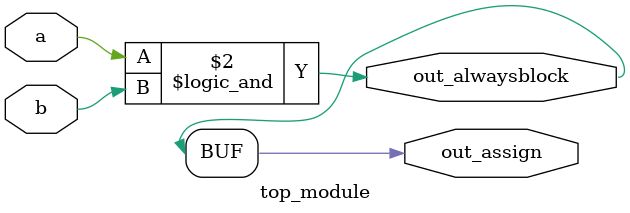
<source format=v>
/* Build an AND gate using both an assign statement and a combinational always block. */

// synthesis verilog_input_version verilog_2001
module top_module(
    input a, 
    input b,
    output wire out_assign,
    output reg out_alwaysblock
);
    always@(*)
        begin
           out_alwaysblock = a &&b;
        end
    assign out_assign = out_alwaysblock;
endmodule


</source>
